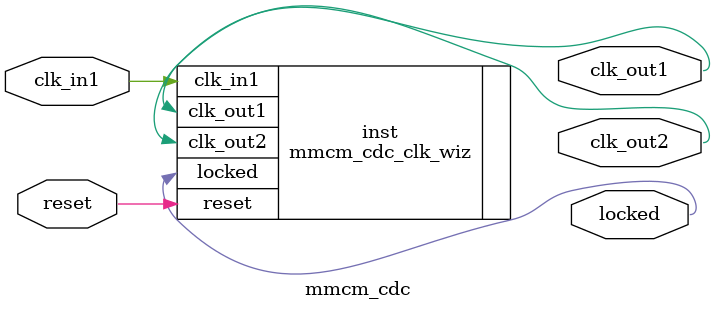
<source format=v>


`timescale 1ps/1ps

(* CORE_GENERATION_INFO = "mmcm_cdc,clk_wiz_v6_0_11_0_0,{component_name=mmcm_cdc,use_phase_alignment=true,use_min_o_jitter=false,use_max_i_jitter=false,use_dyn_phase_shift=false,use_inclk_switchover=false,use_dyn_reconfig=false,enable_axi=0,feedback_source=FDBK_AUTO,PRIMITIVE=MMCM,num_out_clk=2,clkin1_period=10.000,clkin2_period=10.000,use_power_down=false,use_reset=true,use_locked=true,use_inclk_stopped=false,feedback_type=SINGLE,CLOCK_MGR_TYPE=NA,manual_override=false}" *)

module mmcm_cdc 
 (
  // Clock out ports
  output        clk_out1,
  output        clk_out2,
  // Status and control signals
  input         reset,
  output        locked,
 // Clock in ports
  input         clk_in1
 );

  mmcm_cdc_clk_wiz inst
  (
  // Clock out ports  
  .clk_out1(clk_out1),
  .clk_out2(clk_out2),
  // Status and control signals               
  .reset(reset), 
  .locked(locked),
 // Clock in ports
  .clk_in1(clk_in1)
  );

endmodule

</source>
